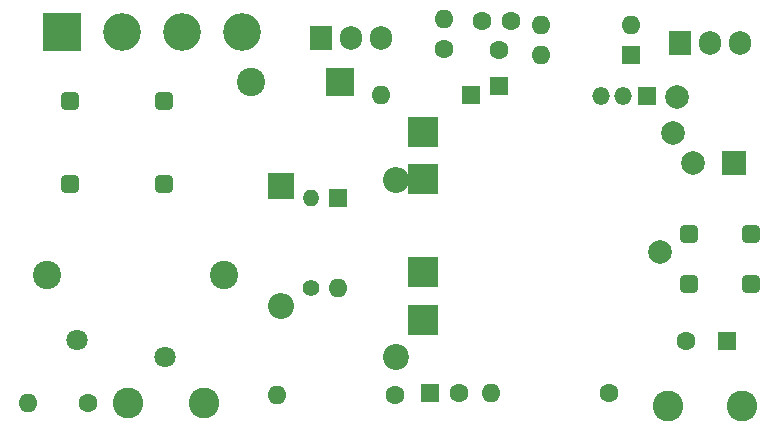
<source format=gbr>
G04 #@! TF.GenerationSoftware,KiCad,Pcbnew,(6.0.5)*
G04 #@! TF.CreationDate,2022-05-09T22:53:36+02:00*
G04 #@! TF.ProjectId,Zasilacz_impulsowy_FAN6602R,5a617369-6c61-4637-9a5f-696d70756c73,rev?*
G04 #@! TF.SameCoordinates,Original*
G04 #@! TF.FileFunction,Soldermask,Top*
G04 #@! TF.FilePolarity,Negative*
%FSLAX46Y46*%
G04 Gerber Fmt 4.6, Leading zero omitted, Abs format (unit mm)*
G04 Created by KiCad (PCBNEW (6.0.5)) date 2022-05-09 22:53:36*
%MOMM*%
%LPD*%
G01*
G04 APERTURE LIST*
G04 Aperture macros list*
%AMRoundRect*
0 Rectangle with rounded corners*
0 $1 Rounding radius*
0 $2 $3 $4 $5 $6 $7 $8 $9 X,Y pos of 4 corners*
0 Add a 4 corners polygon primitive as box body*
4,1,4,$2,$3,$4,$5,$6,$7,$8,$9,$2,$3,0*
0 Add four circle primitives for the rounded corners*
1,1,$1+$1,$2,$3*
1,1,$1+$1,$4,$5*
1,1,$1+$1,$6,$7*
1,1,$1+$1,$8,$9*
0 Add four rect primitives between the rounded corners*
20,1,$1+$1,$2,$3,$4,$5,0*
20,1,$1+$1,$4,$5,$6,$7,0*
20,1,$1+$1,$6,$7,$8,$9,0*
20,1,$1+$1,$8,$9,$2,$3,0*%
%AMFreePoly0*
4,1,5,1.270000,-1.270000,-1.270000,-1.270000,-1.270000,1.270000,1.270000,1.270000,1.270000,-1.270000,1.270000,-1.270000,$1*%
G04 Aperture macros list end*
%ADD10C,2.600000*%
%ADD11R,3.200000X3.200000*%
%ADD12C,3.200000*%
%ADD13C,1.600000*%
%ADD14O,1.600000X1.600000*%
%ADD15R,1.905000X2.000000*%
%ADD16O,1.905000X2.000000*%
%ADD17R,1.600000X1.600000*%
%ADD18FreePoly0,90.000000*%
%ADD19C,2.000000*%
%ADD20R,2.200000X2.200000*%
%ADD21O,2.200000X2.200000*%
%ADD22R,1.500000X1.500000*%
%ADD23O,1.500000X1.500000*%
%ADD24RoundRect,0.381000X0.381000X0.381000X-0.381000X0.381000X-0.381000X-0.381000X0.381000X-0.381000X0*%
%ADD25R,2.400000X2.400000*%
%ADD26C,2.400000*%
%ADD27C,1.400000*%
%ADD28O,1.400000X1.400000*%
%ADD29C,1.800000*%
%ADD30R,2.000000X2.000000*%
%ADD31C,2.200000*%
G04 APERTURE END LIST*
D10*
G04 #@! TO.C,TP1*
X136600000Y-117200000D03*
G04 #@! TD*
D11*
G04 #@! TO.C,D1*
X124575000Y-85825000D03*
D12*
X129655000Y-85825000D03*
X134735000Y-85825000D03*
X139815000Y-85825000D03*
G04 #@! TD*
D13*
G04 #@! TO.C,C8*
X170950000Y-116350000D03*
D14*
X160950000Y-116350000D03*
G04 #@! TD*
D15*
G04 #@! TO.C,Q1*
X146510000Y-86295000D03*
D16*
X149050000Y-86295000D03*
X151590000Y-86295000D03*
G04 #@! TD*
D17*
G04 #@! TO.C,C13*
X155744888Y-116350000D03*
D13*
X158244888Y-116350000D03*
G04 #@! TD*
D17*
G04 #@! TO.C,C4*
X180900000Y-111950000D03*
D13*
X177400000Y-111950000D03*
G04 #@! TD*
D18*
G04 #@! TO.C,T1*
X155200000Y-94250000D03*
X155200000Y-98250000D03*
X155200000Y-106150000D03*
X155200000Y-110150000D03*
D19*
X176300000Y-94350000D03*
X175200000Y-104450000D03*
G04 #@! TD*
D20*
G04 #@! TO.C,D4*
X143100000Y-98850000D03*
D21*
X143100000Y-109010000D03*
G04 #@! TD*
D10*
G04 #@! TO.C,TP3*
X182150000Y-117500000D03*
G04 #@! TD*
D22*
G04 #@! TO.C,U3*
X174100000Y-91250000D03*
D23*
X172130000Y-91250000D03*
X170200000Y-91250000D03*
G04 #@! TD*
D17*
G04 #@! TO.C,D6*
X148000000Y-99890000D03*
D14*
X148000000Y-107510000D03*
G04 #@! TD*
D24*
G04 #@! TO.C,FL1*
X133250000Y-98650000D03*
X133250000Y-91650000D03*
X125250000Y-98650000D03*
X125250000Y-91650000D03*
G04 #@! TD*
D17*
G04 #@! TO.C,C12*
X161600000Y-90355113D03*
D13*
X161600000Y-87355113D03*
G04 #@! TD*
G04 #@! TO.C,R7*
X156950000Y-87270000D03*
D14*
X156950000Y-84730000D03*
G04 #@! TD*
D15*
G04 #@! TO.C,D2*
X176960000Y-86695000D03*
D16*
X179500000Y-86695000D03*
X182040000Y-86695000D03*
G04 #@! TD*
D17*
G04 #@! TO.C,D5*
X159210000Y-91150000D03*
D14*
X151590000Y-91150000D03*
G04 #@! TD*
D25*
G04 #@! TO.C,C6*
X148115216Y-90000000D03*
D26*
X140615216Y-90000000D03*
G04 #@! TD*
G04 #@! TO.C,C2*
X138300000Y-106350000D03*
X123300000Y-106350000D03*
G04 #@! TD*
D24*
G04 #@! TO.C,FL2*
X182905000Y-107100000D03*
X182905000Y-102900000D03*
X177705000Y-107100000D03*
X177705000Y-102900000D03*
G04 #@! TD*
D17*
G04 #@! TO.C,U2*
X172800000Y-87775000D03*
D14*
X172800000Y-85235000D03*
X165180000Y-85235000D03*
X165180000Y-87775000D03*
G04 #@! TD*
D27*
G04 #@! TO.C,R5*
X145700000Y-107500000D03*
D28*
X145700000Y-99880000D03*
G04 #@! TD*
D13*
G04 #@! TO.C,TH1*
X162650000Y-84900000D03*
X160150000Y-84900000D03*
G04 #@! TD*
G04 #@! TO.C,F1*
X126800000Y-117200000D03*
D14*
X121720000Y-117200000D03*
G04 #@! TD*
D29*
G04 #@! TO.C,RV1*
X133350000Y-113300000D03*
X125850000Y-111900000D03*
G04 #@! TD*
D10*
G04 #@! TO.C,TP4*
X175950000Y-117500000D03*
G04 #@! TD*
D30*
G04 #@! TO.C,C7*
X181500000Y-96900000D03*
D19*
X178000000Y-96900000D03*
G04 #@! TD*
D10*
G04 #@! TO.C,TP2*
X130200000Y-117200000D03*
G04 #@! TD*
D13*
G04 #@! TO.C,C3*
X152800000Y-116550000D03*
D14*
X142800000Y-116550000D03*
G04 #@! TD*
D19*
G04 #@! TO.C,*
X176700000Y-91300000D03*
G04 #@! TD*
D31*
G04 #@! TO.C,D3*
X152850000Y-113325000D03*
D21*
X152850000Y-98325000D03*
G04 #@! TD*
M02*

</source>
